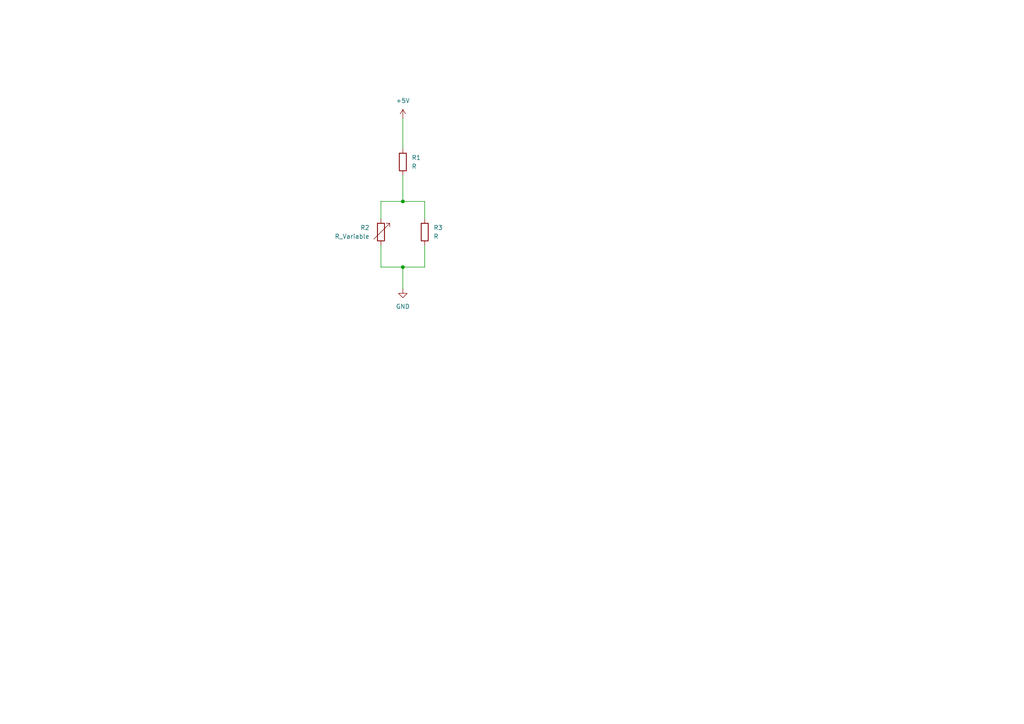
<source format=kicad_sch>
(kicad_sch (version 20250114) (generator "eeschema") (generator_version "9.0")
  (paper "A4")
  (lib_symbols
    (symbol "Device:R" (pin_numbers (hide yes)) (pin_names (offset 0))
      (property "Reference" "R" (at 2.032 0 90))
      (property "Value" "R" (at 0 0 90))
      (symbol "R_0_1"
        (rectangle (start -1.016 -2.54) (end 1.016 2.54) (stroke (width 0.254)))
      )
      (symbol "R_1_1"
        (pin passive line (at 0 3.81 270) (length 1.27) (name "~") (number "1"))
        (pin passive line (at 0 -3.81 90) (length 1.27) (name "~") (number "2"))
      )
    )
    (symbol "Device:R_Variable" (pin_numbers (hide yes)) (pin_names (offset 0))
      (property "Reference" "R" (at 2.54 -2.54 90))
      (property "Value" "R_Variable" (at -2.54 -1.27 90))
      (symbol "R_Variable_0_1"
        (rectangle (start -1.016 -2.54) (end 1.016 2.54) (stroke (width 0.254)))
        (polyline (pts (xy 2.54 1.524) (xy 2.54 2.54) (xy 1.524 2.54) (xy 2.54 2.54) (xy -2.032 -2.032)))
      )
      (symbol "R_Variable_1_1"
        (pin passive line (at 0 3.81 270) (length 1.27) (name "~") (number "1"))
        (pin passive line (at 0 -3.81 90) (length 1.27) (name "~") (number "2"))
      )
    )
    (symbol "power:+5V" (power) (pin_numbers (hide yes)) (pin_names (offset 0) (hide yes))
      (property "Value" "+5V" (at 0 3.556 0))
      (symbol "+5V_0_1"
        (polyline (pts (xy -0.762 1.27) (xy 0 2.54)))
        (polyline (pts (xy 0 2.54) (xy 0.762 1.27)))
        (polyline (pts (xy 0 0) (xy 0 2.54)))
      )
      (symbol "+5V_1_1"
        (pin power_in line (at 0 0 90) (length 0) (name "~") (number "1"))
      )
    )
    (symbol "power:GND" (power) (pin_numbers (hide yes)) (pin_names (offset 0) (hide yes))
      (property "Value" "GND" (at 0 -3.81 0))
      (symbol "GND_0_1"
        (polyline (pts (xy 0 0) (xy 0 -1.27) (xy 1.27 -1.27) (xy 0 -2.54) (xy -1.27 -1.27) (xy 0 -1.27)))
      )
      (symbol "GND_1_1"
        (pin power_in line (at 0 0 270) (length 0) (name "~") (number "1"))
      )
    )
  )
  (junction (at 116.84 77.47))
  (junction (at 116.84 58.42))
  (wire (pts (xy 116.84 34.29) (xy 116.84 43.18)))
  (wire (pts (xy 116.84 50.8) (xy 116.84 58.42)))
  (wire (pts (xy 123.19 77.47) (xy 116.84 77.47)))
  (wire (pts (xy 116.84 77.47) (xy 110.49 77.47)))
  (wire (pts (xy 110.49 58.42) (xy 110.49 63.5)))
  (wire (pts (xy 110.49 77.47) (xy 110.49 71.12)))
  (wire (pts (xy 123.19 71.12) (xy 123.19 77.47)))
  (wire (pts (xy 123.19 63.5) (xy 123.19 58.42)))
  (wire (pts (xy 116.84 77.47) (xy 116.84 83.82)))
  (wire (pts (xy 116.84 58.42) (xy 110.49 58.42)))
  (wire (pts (xy 123.19 58.42) (xy 116.84 58.42)))
  (symbol (lib_id "power:GND") (at 116.84 83.82 0) (unit 1)
    (property "Reference" "#PWR01" (effects (hide yes)))
    (property "Value" "GND" (at 116.84 88.9 0))
    (property "Description" "Power symbol creates a global label with name \"GND\" , ground" (effects (hide yes)))
  )
  (symbol (lib_id "Device:R") (at 116.84 46.99 0) (unit 1)
    (property "Reference" "R1" (at 119.38 45.7199 0) (effects (justify left)))
    (property "Value" "R" (at 119.38 48.2599 0) (effects (justify left)))
    (property "Description" "Resistor" (effects (hide yes)))
  )
  (symbol (lib_id "power:+5V") (at 116.84 34.29 0) (unit 1)
    (property "Reference" "#PWR02" (effects (hide yes)))
    (property "Value" "+5V" (at 116.84 29.21 0))
    (property "Description" "Power symbol creates a global label with name \"+5V\"" (effects (hide yes)))
  )
  (symbol (lib_id "Device:R_Variable") (at 110.49 67.31 0) (unit 1)
    (property "Reference" "R2" (at 107.188 66.04 0) (effects (justify right)))
    (property "Value" "R_Variable" (at 107.188 68.58 0) (effects (justify right)))
    (property "Description" "Variable resistor" (effects (hide yes)))
  )
  (symbol (lib_id "Device:R") (at 123.19 67.31 0) (unit 1)
    (property "Reference" "R3" (at 125.73 66.0399 0) (effects (justify left)))
    (property "Value" "R" (at 125.73 68.5799 0) (effects (justify left)))
    (property "Description" "Resistor" (effects (hide yes)))
  )
)
</source>
